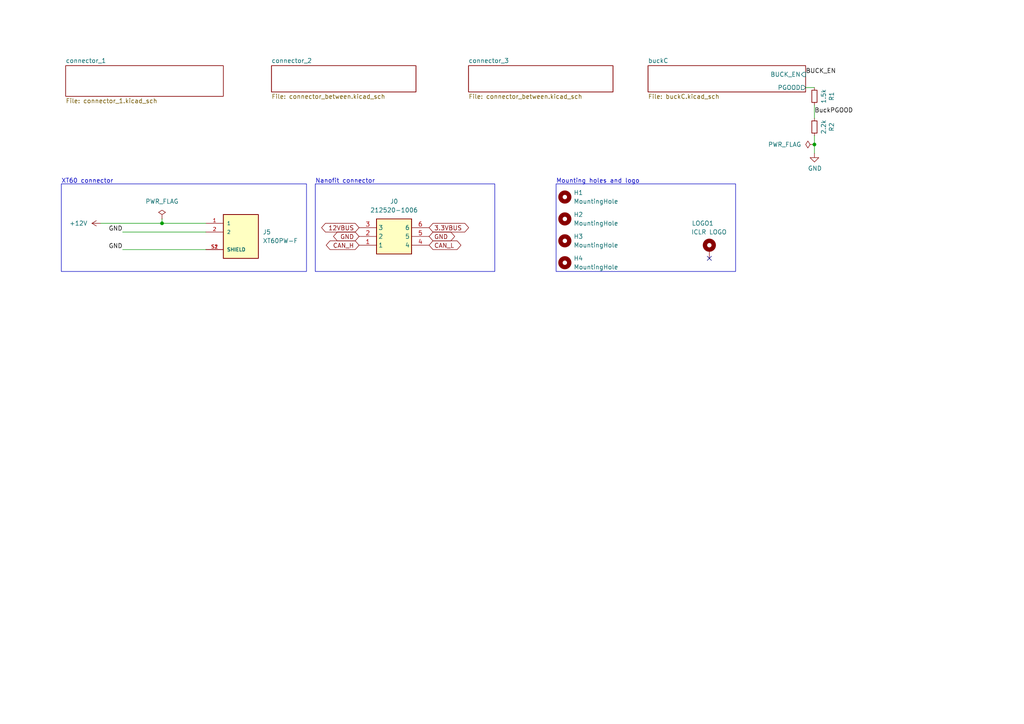
<source format=kicad_sch>
(kicad_sch (version 20230121) (generator eeschema)
  (paper "A4")
  (lib_symbols
    (symbol "212520-1006:212520-1006"
      (property "Reference" "J" (at 16.51 7.62 0))
      (property "Value" "212520-1006" (at 16.51 5.08 0))
      (symbol "212520-1006_1_1"
        (rectangle (start 5.08 2.54) (end 15.24 -7.62) (stroke (width 0.254)) (fill (type background)))
        (pin passive line (at 0 -5.08 0) (length 5.08) (name "1") (number "1"))
        (pin passive line (at 0 -2.54 0) (length 5.08) (name "2") (number "2"))
        (pin passive line (at 0 0 0) (length 5.08) (name "3") (number "3"))
        (pin passive line (at 20.32 -5.08 180) (length 5.08) (name "4") (number "4"))
        (pin passive line (at 20.32 -2.54 180) (length 5.08) (name "5") (number "5"))
        (pin passive line (at 20.32 0 180) (length 5.08) (name "6") (number "6"))
      )
    )
    (symbol "Device:R_Small" (pin_numbers hide) (pin_names (offset 0.254) hide)
      (property "Reference" "R" (at 0.762 0.508 0))
      (property "Value" "R_Small" (at 0.762 -1.016 0))
      (symbol "R_Small_0_1"
        (rectangle (start -0.762 1.778) (end 0.762 -1.778) (stroke (width 0.2032)))
      )
      (symbol "R_Small_1_1"
        (pin passive line (at 0 2.54 270) (length 0.762) (name "~") (number "1"))
        (pin passive line (at 0 -2.54 90) (length 0.762) (name "~") (number "2"))
      )
    )
    (symbol "Mechanical:MountingHole" (pin_names (offset 1.016))
      (property "Reference" "H" (at 0 5.08 0))
      (property "Value" "MountingHole" (at 0 3.175 0))
      (symbol "MountingHole_0_1"
        (circle (center 0 0) (radius 1.27) (stroke (width 1.27)))
      )
    )
    (symbol "Mechanical:MountingHole_Pad" (pin_numbers hide) (pin_names (offset 1.016) hide)
      (property "Reference" "H" (at 0 6.35 0))
      (property "Value" "MountingHole_Pad" (at 0 4.445 0))
      (symbol "MountingHole_Pad_0_1"
        (circle (center 0 1.27) (radius 1.27) (stroke (width 1.27)))
      )
      (symbol "MountingHole_Pad_1_1"
        (pin input line (at 0 -2.54 90) (length 2.54) (name "1") (number "1"))
      )
    )
    (symbol "iclr:XT60PW-F" (pin_names (offset 1.016))
      (property "Reference" "J" (at -5.08 6.35 0))
      (property "Value" "XT60PW-F" (at -5.08 -8.89 0))
      (symbol "XT60PW-F_0_0"
        (rectangle (start -5.08 -7.62) (end 5.08 5.08) (stroke (width 0.254)) (fill (type background)))
        (pin passive line (at -10.16 2.54 0) (length 5.08) (name "1") (number "1"))
        (pin passive line (at -10.16 0 0) (length 5.08) (name "2") (number "2"))
        (pin passive line (at -10.16 -5.08 0) (length 5.08) (name "SHIELD") (number "S1"))
        (pin passive line (at -10.16 -5.08 0) (length 5.08) (name "SHIELD") (number "S2"))
      )
    )
    (symbol "power:+12V" (power) (pin_names (offset 0))
      (property "Value" "+12V" (at 0 3.556 0))
      (symbol "+12V_0_1"
        (polyline (pts (xy -0.762 1.27) (xy 0 2.54)))
        (polyline (pts (xy 0 0) (xy 0 2.54)))
        (polyline (pts (xy 0 2.54) (xy 0.762 1.27)))
      )
      (symbol "+12V_1_1"
        (pin power_in line (at 0 0 90) (length 0) hide (name "+12V") (number "1"))
      )
    )
    (symbol "power:GND" (power) (pin_names (offset 0))
      (property "Value" "GND" (at 0 -3.81 0))
      (symbol "GND_0_1"
        (polyline (pts (xy 0 0) (xy 0 -1.27) (xy 1.27 -1.27) (xy 0 -2.54) (xy -1.27 -1.27) (xy 0 -1.27)))
      )
      (symbol "GND_1_1"
        (pin power_in line (at 0 0 270) (length 0) hide (name "GND") (number "1"))
      )
    )
    (symbol "power:PWR_FLAG" (power) (pin_numbers hide) (pin_names (offset 0) hide)
      (property "Value" "PWR_FLAG" (at 0 3.81 0))
      (symbol "PWR_FLAG_0_0"
        (pin power_out line (at 0 0 90) (length 0) (name "pwr") (number "1"))
      )
      (symbol "PWR_FLAG_0_1"
        (polyline (pts (xy 0 0) (xy 0 1.27) (xy -1.016 1.905) (xy 0 2.54) (xy 1.016 1.905) (xy 0 1.27)))
      )
    )
  )
  (junction (at 236.22 41.91))
  (junction (at 46.99 64.77))
  (no_connect (at 205.74 74.93))
  (wire (pts (xy 29.21 64.77) (xy 46.99 64.77)))
  (wire (pts (xy 236.22 44.45) (xy 236.22 41.91)))
  (wire (pts (xy 46.99 64.77) (xy 46.99 63.5)))
  (wire (pts (xy 233.68 25.4) (xy 236.22 25.4)))
  (wire (pts (xy 35.56 72.39) (xy 59.69 72.39)))
  (wire (pts (xy 236.22 30.48) (xy 236.22 34.29)))
  (wire (pts (xy 236.22 41.91) (xy 236.22 39.37)))
  (wire (pts (xy 46.99 64.77) (xy 59.69 64.77)))
  (wire (pts (xy 35.56 67.31) (xy 59.69 67.31)))
  (rectangle (start 17.78 53.34) (end 88.9 78.74))
  (rectangle (start 161.29 53.34) (end 213.36 78.74))
  (rectangle (start 91.44 53.34) (end 143.51 78.74))
  (text "XT60 connector\n" (at 17.78 53.34 0) (effects (font (size 1.27 1.27)) (justify left bottom)))
  (text "Mounting holes and logo\n" (at 161.29 53.34 0) (effects (font (size 1.27 1.27)) (justify left bottom)))
  (text "Nanofit connector\n" (at 91.44 53.34 0) (effects (font (size 1.27 1.27)) (justify left bottom)))
  (label "GND" (at 35.56 72.39 180))
  (label "BuckPGOOD" (at 236.22 33.02 0))
  (label "GND" (at 35.56 67.31 180))
  (label "BUCK_EN" (at 233.68 21.59 0))
  (global_label "12VBUS" (shape bidirectional) (at 104.14 66.04 180) (property "Intersheetrefs" "${INTERSHEET_REFS}" (effects hide)))
  (global_label "CAN_L" (shape bidirectional) (at 124.46 71.12 0) (property "Intersheetrefs" "${INTERSHEET_REFS}" (effects hide)))
  (global_label "GND" (shape bidirectional) (at 104.14 68.58 180) (property "Intersheetrefs" "${INTERSHEET_REFS}" (effects hide)))
  (global_label "3.3VBUS" (shape bidirectional) (at 124.46 66.04 0) (property "Intersheetrefs" "${INTERSHEET_REFS}" (effects hide)))
  (global_label "CAN_H" (shape bidirectional) (at 104.14 71.12 180) (property "Intersheetrefs" "${INTERSHEET_REFS}" (effects hide)))
  (global_label "GND" (shape bidirectional) (at 124.46 68.58 0) (property "Intersheetrefs" "${INTERSHEET_REFS}" (effects hide)))
  (symbol (lib_id "212520-1006:212520-1006") (at 104.14 66.04 0) (unit 1)
    (property "Reference" "J0" (at 114.3 58.42 0))
    (property "Value" "212520-1006" (at 114.3 60.96 0))
    (property "Footprint" "Molex 212520-1006:212520-1006" (effects hide))
    (property "Datasheet" "https://www.molex.com/pdm_docs/sd/2125201006_sd.pdf" (effects hide))
    (property "Height" "13.6" (effects hide))
    (property "Mouser Part Number" "538-212520-1006" (effects hide))
    (property "Mouser Price/Stock" "https://www.mouser.co.uk/ProductDetail/Molex/212520-1006?qs=pUKx8fyJudA8jKWmA%2FIrSg%3D%3D" (effects hide))
    (property "Manufacturer_Name" "Molex" (effects hide))
    (property "Manufacturer_Part_Number" "212520-1006" (effects hide))
  )
  (symbol (lib_id "iclr:XT60PW-F") (at 69.85 67.31 0) (unit 1)
    (property "Reference" "J5" (at 76.2 67.31 0) (effects (justify left)))
    (property "Value" "XT60PW-F" (at 76.2 69.85 0) (effects (justify left)))
    (property "Footprint" "iclr:AMASS_XT60PW-F" (effects hide))
    (property "PARTREV" "V1.2" (effects hide))
    (property "STANDARD" "Manufacturer Recommendations" (effects hide))
    (property "MAXIMUM_PACKAGE_HEIGHT" "8.4 mm" (effects hide))
    (property "MANUFACTURER" "AMASS" (effects hide))
  )
  (symbol (lib_id "power:PWR_FLAG") (at 236.22 41.91 90) (unit 1)
    (property "Reference" "#FLG02" (effects hide))
    (property "Value" "PWR_FLAG" (at 232.41 41.91 90) (effects (justify left)))
  )
  (symbol (lib_id "power:+12V") (at 29.21 64.77 90) (unit 1)
    (property "Reference" "#PWR01" (effects hide))
    (property "Value" "+12V" (at 25.4 64.77 90) (effects (justify left)))
  )
  (symbol (lib_id "Mechanical:MountingHole_Pad") (at 205.74 72.39 0) (unit 1)
    (property "Reference" "LOGO1" (at 207.01 64.77 0) (effects (justify right)))
    (property "Value" "ICLR LOGO" (at 210.82 67.31 0) (effects (justify right)))
    (property "Footprint" "iclr:iclr_logo_estd2018_10mm" (effects hide))
  )
  (symbol (lib_id "Mechanical:MountingHole") (at 163.83 63.5 0) (unit 1)
    (property "Reference" "H2" (at 166.37 62.23 0) (effects (justify left)))
    (property "Value" "MountingHole" (at 166.37 64.77 0) (effects (justify left)))
    (property "Footprint" "MountingHole:MountingHole_3.2mm_M3" (effects hide))
  )
  (symbol (lib_id "power:PWR_FLAG") (at 46.99 63.5 0) (unit 1)
    (property "Reference" "#FLG01" (effects hide))
    (property "Value" "PWR_FLAG" (at 46.99 58.42 0))
  )
  (symbol (lib_id "Mechanical:MountingHole") (at 163.83 76.2 0) (unit 1)
    (property "Reference" "H4" (at 166.37 74.93 0) (effects (justify left)))
    (property "Value" "MountingHole" (at 166.37 77.47 0) (effects (justify left)))
    (property "Footprint" "MountingHole:MountingHole_3.2mm_M3" (effects hide))
  )
  (symbol (lib_id "Mechanical:MountingHole") (at 163.83 69.85 0) (unit 1)
    (property "Reference" "H3" (at 166.37 68.58 0) (effects (justify left)))
    (property "Value" "MountingHole" (at 166.37 71.12 0) (effects (justify left)))
    (property "Footprint" "MountingHole:MountingHole_3.2mm_M3" (effects hide))
  )
  (symbol (lib_id "Mechanical:MountingHole") (at 163.83 57.15 0) (unit 1)
    (property "Reference" "H1" (at 166.37 55.88 0) (effects (justify left)))
    (property "Value" "MountingHole" (at 166.37 58.42 0) (effects (justify left)))
    (property "Footprint" "MountingHole:MountingHole_3.2mm_M3" (effects hide))
  )
  (symbol (lib_id "Device:R_Small") (at 236.22 27.94 180) (unit 1)
    (property "Reference" "R1" (at 241.1984 27.94 90))
    (property "Value" "1.5k" (at 238.887 27.94 90))
    (property "Footprint" "Resistor_SMD:R_0402_1005Metric" (effects hide))
  )
  (symbol (lib_id "power:GND") (at 236.22 44.45 0) (unit 1)
    (property "Reference" "#PWR02" (effects hide))
    (property "Value" "GND" (at 236.347 48.8442 0))
  )
  (symbol (lib_id "Device:R_Small") (at 236.22 36.83 180) (unit 1)
    (property "Reference" "R2" (at 241.1984 36.83 90))
    (property "Value" "2.2k" (at 238.887 36.83 90))
    (property "Footprint" "Resistor_SMD:R_0402_1005Metric" (effects hide))
  )
  (sheet (at 19.05 19.05) (size 45.72 8.89) (stroke (width 0.1524))
    (property "Sheetname" "connector_1" (at 19.05 18.3384 0) (effects (justify left bottom)))
    (property "Sheetfile" "connector_1.kicad_sch" (at 19.05 28.5246 0) (effects (justify left top)))
  )
  (sheet (at 187.96 19.05) (size 45.72 7.62) (stroke (width 0.1524))
    (property "Sheetname" "buckC" (at 187.96 18.3384 0) (effects (justify left bottom)))
    (property "Sheetfile" "buckC.kicad_sch" (at 187.96 27.2546 0) (effects (justify left top)))
    (pin "PGOOD" output (at 233.68 25.4 0))
    (pin "BUCK_EN" input (at 233.68 21.59 0))
  )
  (sheet (at 135.89 19.05) (size 41.91 7.62) (stroke (width 0.1524))
    (property "Sheetname" "connector_3" (at 135.89 18.3384 0) (effects (justify left bottom)))
    (property "Sheetfile" "connector_between.kicad_sch" (at 135.89 27.2546 0) (effects (justify left top)))
  )
  (sheet (at 78.74 19.05) (size 41.91 7.62) (stroke (width 0.1524))
    (property "Sheetname" "connector_2" (at 78.74 18.3384 0) (effects (justify left bottom)))
    (property "Sheetfile" "connector_between.kicad_sch" (at 78.74 27.2546 0) (effects (justify left top)))
  )
)
</source>
